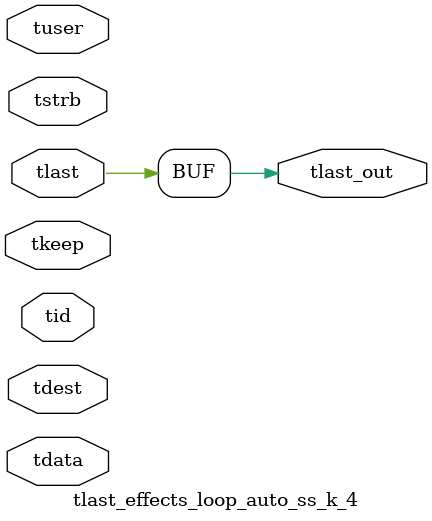
<source format=v>


`timescale 1ps/1ps

module tlast_effects_loop_auto_ss_k_4 #
(
parameter C_S_AXIS_TID_WIDTH   = 1,
parameter C_S_AXIS_TUSER_WIDTH = 0,
parameter C_S_AXIS_TDATA_WIDTH = 0,
parameter C_S_AXIS_TDEST_WIDTH = 0
)
(
input  [(C_S_AXIS_TID_WIDTH   == 0 ? 1 : C_S_AXIS_TID_WIDTH)-1:0       ] tid,
input  [(C_S_AXIS_TDATA_WIDTH == 0 ? 1 : C_S_AXIS_TDATA_WIDTH)-1:0     ] tdata,
input  [(C_S_AXIS_TUSER_WIDTH == 0 ? 1 : C_S_AXIS_TUSER_WIDTH)-1:0     ] tuser,
input  [(C_S_AXIS_TDEST_WIDTH == 0 ? 1 : C_S_AXIS_TDEST_WIDTH)-1:0     ] tdest,
input  [(C_S_AXIS_TDATA_WIDTH/8)-1:0 ] tkeep,
input  [(C_S_AXIS_TDATA_WIDTH/8)-1:0 ] tstrb,
input  [0:0]                                                             tlast,
output                                                                   tlast_out
);

assign tlast_out = {tlast};

endmodule


</source>
